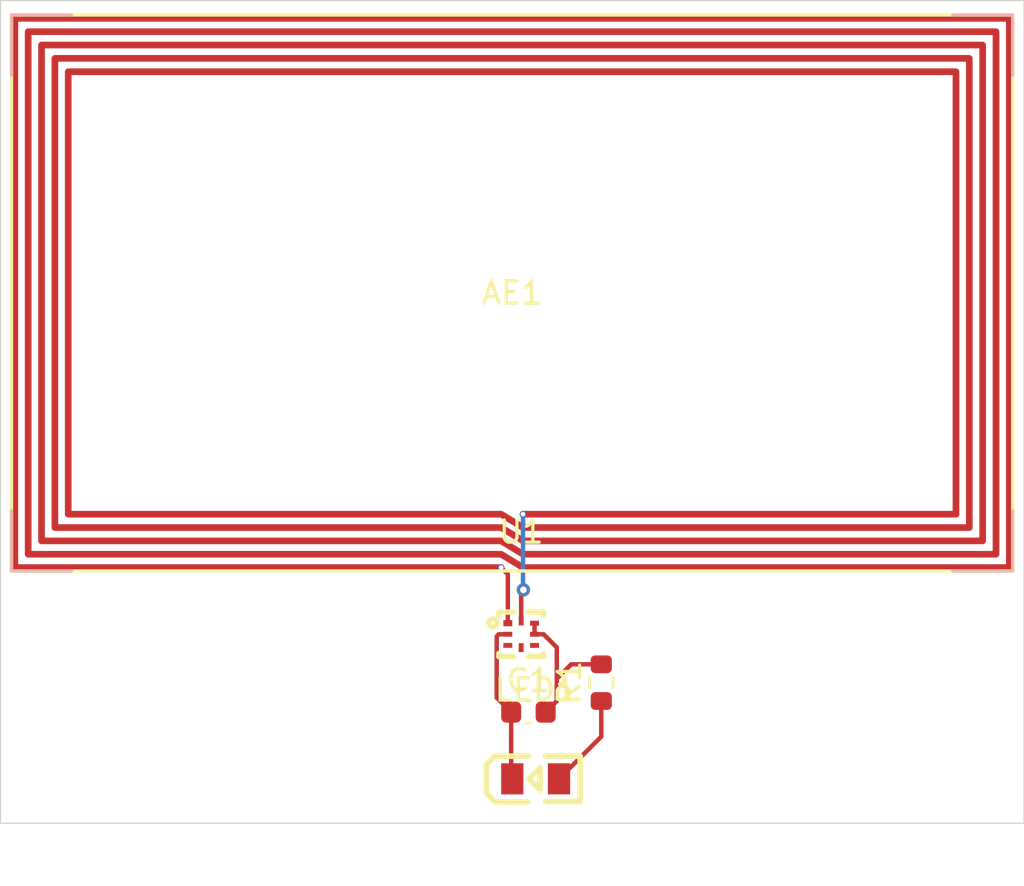
<source format=kicad_pcb>
(kicad_pcb (version 20240108) (generator "pcbnew") (generator_version "8.0")
  (layers (0 "F.Cu" signal) (31 "B.Cu" signal) (34 "B.Paste" user) (35 "F.Paste" user) (36 "B.SilkS" user "B.Silkscreen") (37 "F.SilkS" user "F.Silkscreen") (38 "B.Mask" user) (39 "F.Mask" user) (44 "Edge.Cuts" user))
  (net 0 "")
  (net 1 "Net-(U1-LA)")
  (net 2 "Net-(U1-LB)")
  (net 3 "Net-(U1-VCC)")
  (net 4 "Net-(LED1--)")
  (net 5 "Net-(LED1-+)")
  (footprint "Resistor_SMD:R_0603_1608Metric" (layer "F.Cu") (at 95 69.175 90)
    (property "Reference" "R1" (at 0 -1.43 90) (layer "F.SilkS"))
    (property "Value" "47")
    (fp_line (start -0.237258 -0.5225) (end 0.237258 -0.5225) (stroke (width 0.12)) (layer "F.SilkS"))
    (fp_line (start -0.237258 0.5225) (end 0.237258 0.5225) (stroke (width 0.12)) (layer "F.SilkS"))
    (pad "1" smd roundrect (at -0.825 0 90) (size 0.8 0.95) (layers "F.Cu" "F.Paste" "F.Mask") (net 5 "Net-(LED1-+)"))
    (pad "2" smd roundrect (at 0.825 0 90) (size 0.8 0.95) (layers "F.Cu" "F.Paste" "F.Mask") (net 3 "Net-(U1-VCC)"))
  )
  (footprint "Capacitor_SMD:C_0603_1608Metric" (layer "F.Cu") (at 91.725 70.5)
    (property "Reference" "C1" (at 0 -1.43 0) (layer "F.SilkS"))
    (property "Value" "220nF")
    (fp_line (start -0.14058 -0.51) (end 0.14058 -0.51) (stroke (width 0.12)) (layer "F.SilkS"))
    (fp_line (start -0.14058 0.51) (end 0.14058 0.51) (stroke (width 0.12)) (layer "F.SilkS"))
    (pad "1" smd roundrect (at -0.775 0) (size 0.9 0.95) (layers "F.Cu" "F.Paste" "F.Mask") (net 4 "Net-(LED1--)"))
    (pad "2" smd roundrect (at 0.775 0) (size 0.9 0.95) (layers "F.Cu" "F.Paste" "F.Mask") (net 3 "Net-(U1-VCC)"))
  )
  (footprint "easyeda2kicad:XQFN-8_L1.6-W1.6-P0.50-BL_NT3H2111W0FHKH" (layer "F.Cu") (at 91.4 67)
    (property "Reference" "U1" (at 0 -4.6 0) (layer "F.SilkS"))
    (property "Value" "NT3H2111W0FHKH")
    (fp_line (start -1 -1) (end -0.33 -1) (stroke (width 0.25)) (layer "F.SilkS"))
    (fp_line (start -1 -0.86) (end -1 -1) (stroke (width 0.25)) (layer "F.SilkS"))
    (fp_line (start -1 1) (end -1 0.86) (stroke (width 0.25)) (layer "F.SilkS"))
    (fp_line (start -0.33 1) (end -1 1) (stroke (width 0.25)) (layer "F.SilkS"))
    (fp_line (start 0.32 -1) (end 1 -1) (stroke (width 0.25)) (layer "F.SilkS"))
    (fp_line (start 1 -1) (end 1 -0.86) (stroke (width 0.25)) (layer "F.SilkS"))
    (fp_line (start 1 0.86) (end 1 1) (stroke (width 0.25)) (layer "F.SilkS"))
    (fp_line (start 1 1) (end 0.32 1) (stroke (width 0.25)) (layer "F.SilkS"))
    (fp_circle (center -1.27 -0.51) (end -1.21 -0.51) (stroke (width 0.25)) (fill none) (layer "F.SilkS"))
    (pad "1" smd rect (at -0.6 -0.5) (size 0.4 0.28) (layers "F.Cu" "F.Paste" "F.Mask") (net 1 "Net-(U1-LA)"))
    (pad "2" smd rect (at -0.6 0) (size 0.4 0.22) (layers "F.Cu" "F.Paste" "F.Mask") (net 4 "Net-(LED1--)"))
    (pad "3" smd rect (at -0.6 0.5) (size 0.4 0.22) (layers "F.Cu" "F.Paste" "F.Mask"))
    (pad "4" smd rect (at 0 0.6 90) (size 0.4 0.22) (layers "F.Cu" "F.Paste" "F.Mask"))
    (pad "5" smd rect (at 0.6 0.5) (size 0.4 0.22) (layers "F.Cu" "F.Paste" "F.Mask"))
    (pad "6" smd rect (at 0.6 0) (size 0.4 0.22) (layers "F.Cu" "F.Paste" "F.Mask") (net 3 "Net-(U1-VCC)"))
    (pad "7" smd rect (at 0.6 -0.5) (size 0.4 0.22) (layers "F.Cu" "F.Paste" "F.Mask") (net 3 "Net-(U1-VCC)"))
    (pad "8" smd rect (at 0 -0.6 90) (size 0.4 0.22) (layers "F.Cu" "F.Paste" "F.Mask") (net 2 "Net-(U1-LB)"))
  )
  (footprint "nfc_ant:antenna-nfc" (layer "F.Cu") (at 68.491484 39.15)
    (property "Reference" "AE1" (at 22.5 12.5 0) (layer "F.SilkS"))
    (property "Value" "Antenna_Loop")
    (fp_line (start 0 0) (end 0 2.7) (stroke (width 0.15)) (layer "B.SilkS"))
    (fp_line (start 0 0) (end 2.7 0) (stroke (width 0.15)) (layer "B.SilkS"))
    (fp_line (start 0 25) (end 0 22.3) (stroke (width 0.15)) (layer "B.SilkS"))
    (fp_line (start 0 25) (end 2.7 25) (stroke (width 0.15)) (layer "B.SilkS"))
    (fp_line (start 45 0) (end 42.3 0) (stroke (width 0.15)) (layer "B.SilkS"))
    (fp_line (start 45 0) (end 45 2.7) (stroke (width 0.15)) (layer "B.SilkS"))
    (fp_line (start 45 25) (end 42.3 25) (stroke (width 0.15)) (layer "B.SilkS"))
    (fp_line (start 45 25) (end 45 22.3) (stroke (width 0.15)) (layer "B.SilkS"))
    (fp_line (start 0 0) (end 45 0) (stroke (width 0.15)) (layer "F.SilkS"))
    (fp_line (start 0 25) (end 0 0) (stroke (width 0.15)) (layer "F.SilkS"))
    (fp_line (start 45 0) (end 45 25) (stroke (width 0.15)) (layer "F.SilkS"))
    (fp_line (start 45 25) (end 0 25) (stroke (width 0.15)) (layer "F.SilkS"))
    (pad "1" thru_hole circle (at 22.008516 24.85) (size 0.3 0.3) (drill 0.2) (layers "*.Cu" "*.Mask") (net 1 "Net-(U1-LA)"))
    (pad "1" smd custom (at 22.008516 24.85) (size 0.3 0.3) (layers "F.Cu") (net 1 "Net-(U1-LA)") (options (clearance outline) (anchor circle)) (primitives (gr_line (start 0 0) (end -21.858516 0) (width 0.3)) (gr_line (start -21.858516 0) (end -21.858516 -24.7) (width 0.3)) (gr_line (start -21.858516 -24.7) (end 22.841484 -24.7) (width 0.3)) (gr_line (start 22.841484 -24.7) (end 22.841484 0) (width 0.3)) (gr_line (start 22.841484 0) (end 0.982969 0) (width 0.3)) (gr_line (start 0.982969 0) (end 0 -0.6) (width 0.3)) (gr_line (start 0 -0.6) (end -21.258516 -0.6) (width 0.3)) (gr_line (start -21.258516 -0.6) (end -21.258516 -24.1) (width 0.3)) (gr_line (start -21.258516 -24.1) (end 22.241484 -24.1) (width 0.3)) (gr_line (start 22.241484 -24.1) (end 22.241484 -0.6) (width 0.3)) (gr_line (start 22.241484 -0.6) (end 0.982969 -0.6) (width 0.3)) (gr_line (start 0.982969 -0.6) (end 0 -1.2) (width 0.3)) (gr_line (start 0 -1.2) (end -20.658516 -1.2) (width 0.3)) (gr_line (start -20.658516 -1.2) (end -20.658516 -23.5) (width 0.3)) (gr_line (start -20.658516 -23.5) (end 21.641484 -23.5) (width 0.3)) (gr_line (start 21.641484 -23.5) (end 21.641484 -1.2) (width 0.3)) (gr_line (start 21.641484 -1.2) (end 0.982969 -1.2) (width 0.3)) (gr_line (start 0.982969 -1.2) (end 0 -1.8) (width 0.3)) (gr_line (start 0 -1.8) (end -20.058516 -1.8) (width 0.3)) (gr_line (start -20.058516 -1.8) (end -20.058516 -22.9) (width 0.3)) (gr_line (start -20.058516 -22.9) (end 21.041484 -22.9) (width 0.3)) (gr_line (start 21.041484 -22.9) (end 21.041484 -1.8) (width 0.3)) (gr_line (start 21.041484 -1.8) (end 0.982969 -1.8) (width 0.3)) (gr_line (start 0.982969 -1.8) (end 0 -2.4) (width 0.3)) (gr_line (start 0 -2.4) (end -19.458516 -2.4) (width 0.3)) (gr_line (start -19.458516 -2.4) (end -19.458516 -22.3) (width 0.3)) (gr_line (start -19.458516 -22.3) (end 20.441484 -22.3) (width 0.3)) (gr_line (start 20.441484 -22.3) (end 20.441484 -2.4) (width 0.3))))
    (pad "2" thru_hole circle (at 22.991484 22.45) (size 0.3 0.3) (drill 0.2) (layers "*.Cu" "*.Mask") (net 2 "Net-(U1-LB)"))
    (pad "2" smd custom (at 22.991484 22.45) (size 0.3 0.3) (layers "F.Cu") (net 2 "Net-(U1-LB)") (options (clearance outline) (anchor circle)) (primitives (gr_line (start 0 0) (end 19.458516 0) (width 0.3))))
  )
  (footprint "easyeda2kicad:LED0805-R-RD" (layer "F.Cu") (at 92.05 73.5)
    (property "Reference" "LED1" (at 0 -4 0) (layer "F.SilkS"))
    (property "Value" "17-21SUYC/TR8")
    (fp_line (start -2.22 -0.64) (end -1.84 -1.02) (stroke (width 0.25)) (layer "F.SilkS"))
    (fp_line (start -2.22 0.63) (end -2.22 -0.64) (stroke (width 0.25)) (layer "F.SilkS"))
    (fp_line (start -1.84 -1.02) (end -0.32 -1.02) (stroke (width 0.25)) (layer "F.SilkS"))
    (fp_line (start -1.81 1.04) (end -2.22 0.63) (stroke (width 0.25)) (layer "F.SilkS"))
    (fp_line (start -0.34 1.04) (end -1.81 1.04) (stroke (width 0.25)) (layer "F.SilkS"))
    (fp_line (start -0.3 0) (end -0.2 0.1) (stroke (width 0.25)) (layer "F.SilkS"))
    (fp_line (start -0.2 -0.1) (end -0.3 0) (stroke (width 0.25)) (layer "F.SilkS"))
    (fp_line (start -0.2 0.1) (end 0.2 0.5) (stroke (width 0.25)) (layer "F.SilkS"))
    (fp_line (start 0.2 -0.5) (end -0.2 -0.1) (stroke (width 0.25)) (layer "F.SilkS"))
    (fp_line (start 0.2 -0.5) (end 0.2 0.5) (stroke (width 0.25)) (layer "F.SilkS"))
    (fp_line (start 0.45 1.02) (end 2 1.02) (stroke (width 0.25)) (layer "F.SilkS"))
    (fp_line (start 2 -1.02) (end 0.45 -1.02) (stroke (width 0.25)) (layer "F.SilkS"))
    (fp_line (start 2 1.02) (end 2 -1.02) (stroke (width 0.25)) (layer "F.SilkS"))
    (pad "1" smd rect (at 1.05 0 180) (size 1 1.4) (layers "F.Cu" "F.Paste" "F.Mask") (net 5 "Net-(LED1-+)"))
    (pad "2" smd rect (at -1.05 0 180) (size 1 1.4) (layers "F.Cu" "F.Paste" "F.Mask") (net 4 "Net-(LED1--)"))
  )
  (gr_rect (start 68 38.5) (end 114 75.5) (stroke (width 0.05)) (fill none) (layer "Edge.Cuts"))
  (segment (start 90.8 64.3) (end 90.5 64) (width 0.2) (layer "F.Cu") (net 1))
  (segment (start 90.8 66.5) (end 90.8 64.3) (width 0.2) (layer "F.Cu") (net 1))
  (segment (start 91.4 65.1) (end 91.5 65) (width 0.2) (layer "F.Cu") (net 2))
  (segment (start 91.4 66.4) (end 91.4 65.1) (width 0.2) (layer "F.Cu") (net 2))
  (via (at 91.5 65) (size 0.6) (drill 0.3) (layers "F.Cu" "B.Cu") (net 2))
  (segment (start 91.482968 64.982968) (end 91.5 65) (width 0.2) (layer "B.Cu") (net 2))
  (segment (start 91.482968 61.6) (end 91.482968 64.982968) (width 0.2) (layer "B.Cu") (net 2))
  (segment (start 92 67) (end 92 66.5) (width 0.2) (layer "F.Cu") (net 3))
  (segment (start 93 69) (end 93 67.59) (width 0.2) (layer "F.Cu") (net 3))
  (segment (start 93 67.59) (end 92.41 67) (width 0.2) (layer "F.Cu") (net 3))
  (segment (start 92.5 70.5) (end 93 70) (width 0.2) (layer "F.Cu") (net 3))
  (segment (start 95 68.35) (end 93.65 68.35) (width 0.2) (layer "F.Cu") (net 3))
  (segment (start 93.65 68.35) (end 93 69) (width 0.2) (layer "F.Cu") (net 3))
  (segment (start 92.41 67) (end 92 67) (width 0.2) (layer "F.Cu") (net 3))
  (segment (start 93 70) (end 93 69) (width 0.2) (layer "F.Cu") (net 3))
  (segment (start 90.95 72.95) (end 90.95 70.5) (width 0.2) (layer "F.Cu") (net 4))
  (segment (start 90.39 67) (end 90.8 67) (width 0.2) (layer "F.Cu") (net 4))
  (segment (start 91 73.5) (end 91 73) (width 0.2) (layer "F.Cu") (net 4))
  (segment (start 91 73) (end 90.95 72.95) (width 0.2) (layer "F.Cu") (net 4))
  (segment (start 90.95 70.5) (end 90.3 69.85) (width 0.2) (layer "F.Cu") (net 4))
  (segment (start 90.3 67.09) (end 90.39 67) (width 0.2) (layer "F.Cu") (net 4))
  (segment (start 90.3 69.85) (end 90.3 67.09) (width 0.2) (layer "F.Cu") (net 4))
  (segment (start 95 70) (end 95 71.6) (width 0.2) (layer "F.Cu") (net 5))
  (segment (start 95 71.6) (end 93.1 73.5) (width 0.2) (layer "F.Cu") (net 5))
)
</source>
